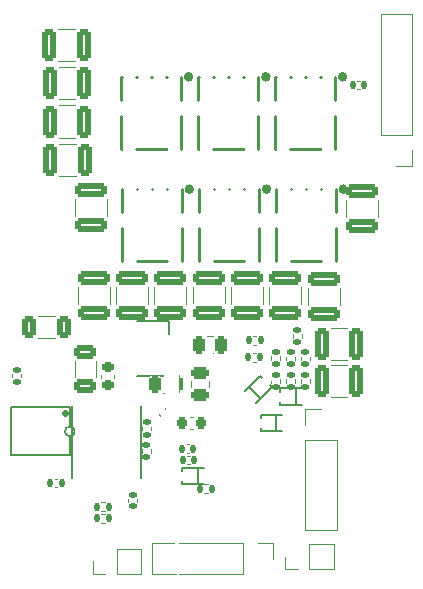
<source format=gto>
G04 #@! TF.GenerationSoftware,KiCad,Pcbnew,8.0.4*
G04 #@! TF.CreationDate,2024-09-18T18:28:33+10:00*
G04 #@! TF.ProjectId,ESC,4553432e-6b69-4636-9164-5f7063625858,rev?*
G04 #@! TF.SameCoordinates,Original*
G04 #@! TF.FileFunction,Legend,Top*
G04 #@! TF.FilePolarity,Positive*
%FSLAX46Y46*%
G04 Gerber Fmt 4.6, Leading zero omitted, Abs format (unit mm)*
G04 Created by KiCad (PCBNEW 8.0.4) date 2024-09-18 18:28:33*
%MOMM*%
%LPD*%
G01*
G04 APERTURE LIST*
G04 Aperture macros list*
%AMRoundRect*
0 Rectangle with rounded corners*
0 $1 Rounding radius*
0 $2 $3 $4 $5 $6 $7 $8 $9 X,Y pos of 4 corners*
0 Add a 4 corners polygon primitive as box body*
4,1,4,$2,$3,$4,$5,$6,$7,$8,$9,$2,$3,0*
0 Add four circle primitives for the rounded corners*
1,1,$1+$1,$2,$3*
1,1,$1+$1,$4,$5*
1,1,$1+$1,$6,$7*
1,1,$1+$1,$8,$9*
0 Add four rect primitives between the rounded corners*
20,1,$1+$1,$2,$3,$4,$5,0*
20,1,$1+$1,$4,$5,$6,$7,0*
20,1,$1+$1,$6,$7,$8,$9,0*
20,1,$1+$1,$8,$9,$2,$3,0*%
%AMRotRect*
0 Rectangle, with rotation*
0 The origin of the aperture is its center*
0 $1 length*
0 $2 width*
0 $3 Rotation angle, in degrees counterclockwise*
0 Add horizontal line*
21,1,$1,$2,0,0,$3*%
%AMFreePoly0*
4,1,37,-1.494645,2.535355,-1.480000,2.500000,-1.480000,2.080000,1.480000,2.080000,1.480000,2.500000,1.494645,2.535355,1.530000,2.550000,2.280000,2.550000,2.315355,2.535355,2.330000,2.500000,2.330000,-0.650000,2.750000,-0.650000,2.785355,-0.664645,2.800000,-0.700000,2.800000,-1.600000,2.785355,-1.635355,2.750000,-1.650000,2.330000,-1.650000,2.330000,-2.030000,2.315355,-2.065355,
2.280000,-2.080000,-2.280000,-2.080000,-2.315355,-2.065355,-2.330000,-2.030000,-2.330000,-1.650000,-2.760000,-1.650000,-2.795355,-1.635355,-2.810000,-1.600000,-2.810000,-0.700000,-2.795355,-0.664645,-2.760000,-0.650000,-2.330000,-0.650000,-2.330000,2.500000,-2.315355,2.535355,-2.280000,2.550000,-1.530000,2.550000,-1.494645,2.535355,-1.494645,2.535355,$1*%
%AMFreePoly1*
4,1,149,1.029806,0.999029,1.079806,0.989029,1.082127,0.988507,1.120971,0.978796,1.169806,0.969029,1.172127,0.968507,1.252127,0.948507,1.262361,0.944721,1.297451,0.927176,1.332127,0.918507,1.342361,0.914721,1.422361,0.874721,1.430000,0.870000,1.466394,0.842704,1.502361,0.824721,1.515355,0.815355,1.542840,0.787870,1.580000,0.760000,1.585355,0.755355,1.705355,0.635355,
1.710000,0.630000,1.737870,0.592840,1.765355,0.565355,1.774721,0.552361,1.834721,0.432361,1.838507,0.422127,1.849039,0.380000,3.510000,0.380000,3.545355,0.365355,3.560000,0.330000,3.560000,-0.330000,3.545355,-0.365355,3.510000,-0.380000,1.849039,-0.380000,1.838507,-0.422127,1.834721,-0.432361,1.774721,-0.552361,1.765355,-0.565355,1.737870,-0.592840,1.710000,-0.630000,
1.705355,-0.635355,1.647870,-0.692840,1.620000,-0.730000,1.607735,-0.741603,1.578884,-0.760837,1.542840,-0.787870,1.515355,-0.815355,1.502361,-0.824721,1.466394,-0.842704,1.430000,-0.870000,1.422361,-0.874721,1.342361,-0.914721,1.332127,-0.918507,1.297451,-0.927176,1.262361,-0.944721,1.252127,-0.948507,1.172127,-0.968507,1.169806,-0.969029,1.120971,-0.978796,1.082127,-0.988507,
1.079806,-0.989029,1.029806,-0.999029,1.020000,-1.000000,-1.010000,-1.000000,-1.022127,-0.998507,-1.060971,-0.988796,-1.109806,-0.979029,-1.112127,-0.978507,-1.190971,-0.958796,-1.239806,-0.949029,-1.252361,-0.944721,-1.287451,-0.927176,-1.322127,-0.918507,-1.332361,-0.914721,-1.412361,-0.874721,-1.420000,-0.870000,-1.458884,-0.840837,-1.487735,-0.821603,-1.490000,-0.820000,-1.530000,-0.790000,
-1.535355,-0.785355,-1.559617,-0.761093,-1.592361,-0.744721,-1.610000,-0.730000,-1.637870,-0.692840,-1.695355,-0.635355,-1.700000,-0.630000,-1.730000,-0.590000,-1.731603,-0.587735,-1.751603,-0.557735,-1.754721,-0.552361,-1.772704,-0.516394,-1.800000,-0.480000,-1.804721,-0.472361,-1.844721,-0.392361,-1.848507,-0.382127,-1.857176,-0.347451,-1.874721,-0.312361,-1.879029,-0.299806,-1.888796,-0.250971,
-1.908507,-0.172127,-1.910000,-0.160000,-1.910000,-0.116155,-1.918507,-0.082127,-1.920000,-0.070000,-1.920000,0.070000,-1.918507,0.082127,-1.910000,0.116155,-1.910000,0.150000,-1.909029,0.159806,-1.899029,0.209806,-1.898507,0.212127,-1.878507,0.292127,-1.876424,0.298570,-1.857683,0.345421,-1.848507,0.382127,-1.844721,0.392361,-1.804721,0.472361,-1.800000,0.480000,-1.772704,0.516394,
-1.754721,0.552361,-1.751603,0.557735,-1.731603,0.587735,-1.730000,0.590000,-1.700000,0.630000,-1.695355,0.635355,-1.605355,0.725355,-1.600000,0.730000,-1.562840,0.757870,-1.535355,0.785355,-1.530000,0.790000,-1.490000,0.820000,-1.487735,0.821603,-1.458884,0.840837,-1.420000,0.870000,-1.412361,0.874721,-1.332361,0.914721,-1.322127,0.918507,-1.287451,0.927176,-1.252361,0.944721,
-1.239806,0.949029,-1.190971,0.958796,-1.112127,0.978507,-1.109806,0.979029,-1.060971,0.988796,-1.022127,0.998507,-1.010000,1.000000,1.020000,1.000000,1.029806,0.999029,1.029806,0.999029,$1*%
G04 Aperture macros list end*
%ADD10C,0.120000*%
%ADD11C,0.250000*%
%ADD12C,0.400000*%
%ADD13C,0.150000*%
%ADD14C,0.130000*%
%ADD15R,1.700000X1.700000*%
%ADD16O,1.700000X1.700000*%
%ADD17R,0.750000X1.000000*%
%ADD18FreePoly0,180.000000*%
%ADD19RoundRect,0.135000X0.185000X-0.135000X0.185000X0.135000X-0.185000X0.135000X-0.185000X-0.135000X0*%
%ADD20R,5.500000X3.000000*%
%ADD21RoundRect,0.135000X-0.135000X-0.185000X0.135000X-0.185000X0.135000X0.185000X-0.135000X0.185000X0*%
%ADD22RoundRect,0.250000X-1.100000X0.325000X-1.100000X-0.325000X1.100000X-0.325000X1.100000X0.325000X0*%
%ADD23RoundRect,0.140000X-0.140000X-0.170000X0.140000X-0.170000X0.140000X0.170000X-0.140000X0.170000X0*%
%ADD24RoundRect,0.250000X-0.250000X-0.475000X0.250000X-0.475000X0.250000X0.475000X-0.250000X0.475000X0*%
%ADD25O,0.600000X1.600000*%
%ADD26R,3.200000X2.500000*%
%ADD27R,1.580000X0.670000*%
%ADD28FreePoly1,180.000000*%
%ADD29RoundRect,0.250000X-0.325000X-0.650000X0.325000X-0.650000X0.325000X0.650000X-0.325000X0.650000X0*%
%ADD30R,0.780000X0.500000*%
%ADD31RoundRect,0.140000X0.219203X0.021213X0.021213X0.219203X-0.219203X-0.021213X-0.021213X-0.219203X0*%
%ADD32RoundRect,0.250000X1.100000X-0.325000X1.100000X0.325000X-1.100000X0.325000X-1.100000X-0.325000X0*%
%ADD33RoundRect,0.225000X-0.225000X-0.250000X0.225000X-0.250000X0.225000X0.250000X-0.225000X0.250000X0*%
%ADD34RoundRect,0.250000X0.325000X1.100000X-0.325000X1.100000X-0.325000X-1.100000X0.325000X-1.100000X0*%
%ADD35RoundRect,0.135000X-0.185000X0.135000X-0.185000X-0.135000X0.185000X-0.135000X0.185000X0.135000X0*%
%ADD36RoundRect,0.250000X-0.325000X-1.100000X0.325000X-1.100000X0.325000X1.100000X-0.325000X1.100000X0*%
%ADD37RoundRect,0.225000X-0.250000X0.225000X-0.250000X-0.225000X0.250000X-0.225000X0.250000X0.225000X0*%
%ADD38RoundRect,0.250000X-0.650000X0.325000X-0.650000X-0.325000X0.650000X-0.325000X0.650000X0.325000X0*%
%ADD39R,1.350000X1.350000*%
%ADD40O,1.350000X1.350000*%
%ADD41RoundRect,0.140000X-0.170000X0.140000X-0.170000X-0.140000X0.170000X-0.140000X0.170000X0.140000X0*%
%ADD42RotRect,0.780000X0.500000X225.000000*%
%ADD43RoundRect,0.135000X0.135000X0.185000X-0.135000X0.185000X-0.135000X-0.185000X0.135000X-0.185000X0*%
%ADD44RoundRect,0.250000X-0.475000X0.250000X-0.475000X-0.250000X0.475000X-0.250000X0.475000X0.250000X0*%
G04 APERTURE END LIST*
D10*
X120420000Y-61840000D02*
X121750000Y-61840000D01*
X120420000Y-63170000D02*
X120420000Y-61840000D01*
X120420000Y-64440000D02*
X120420000Y-72120000D01*
X120420000Y-64440000D02*
X123080000Y-64440000D01*
X120420000Y-72120000D02*
X123080000Y-72120000D01*
X123080000Y-64440000D02*
X123080000Y-72120000D01*
D11*
X104895000Y-43230000D02*
X104925000Y-43230000D01*
X104895000Y-45170000D02*
X104895000Y-43230000D01*
X104895000Y-49330000D02*
X104895000Y-46540000D01*
X104925000Y-49330000D02*
X104895000Y-49330000D01*
X106135000Y-43230000D02*
X106195000Y-43230000D01*
X107405000Y-43230000D02*
X107465000Y-43230000D01*
X108675000Y-43230000D02*
X108735000Y-43230000D01*
X108735000Y-49330000D02*
X106135000Y-49330000D01*
X109945000Y-43230000D02*
X109975000Y-43230000D01*
X109975000Y-43230000D02*
X109975000Y-45170000D01*
X109975000Y-46540000D02*
X109975000Y-49330000D01*
X109975000Y-49330000D02*
X109945000Y-49330000D01*
D12*
X110805000Y-43230000D02*
G75*
G02*
X110405000Y-43230000I-200000J0D01*
G01*
X110405000Y-43230000D02*
G75*
G02*
X110805000Y-43230000I200000J0D01*
G01*
D10*
X117545000Y-59603641D02*
X117545000Y-59296359D01*
X118305000Y-59603641D02*
X118305000Y-59296359D01*
X126795000Y-38630000D02*
X126795000Y-28410000D01*
X129455000Y-28410000D02*
X126795000Y-28410000D01*
X129455000Y-38630000D02*
X126795000Y-38630000D01*
X129455000Y-38630000D02*
X129455000Y-28410000D01*
X129455000Y-39900000D02*
X129455000Y-41230000D01*
X129455000Y-41230000D02*
X128125000Y-41230000D01*
D13*
X100680000Y-61550000D02*
X100680000Y-67700000D01*
X100680000Y-67700000D02*
X100680000Y-67700000D01*
X106520000Y-61550000D02*
X106520000Y-67700000D01*
X106520000Y-67700000D02*
X106520000Y-67700000D01*
D10*
X115986359Y-55645000D02*
X116293641Y-55645000D01*
X115986359Y-56405000D02*
X116293641Y-56405000D01*
X107440000Y-73170000D02*
X107440000Y-75830000D01*
X115119999Y-73170000D02*
X107440000Y-73170000D01*
X115119999Y-73170000D02*
X115119999Y-75830000D01*
X115119999Y-75830000D02*
X107440000Y-75830000D01*
X116390000Y-73170000D02*
X117720000Y-73170000D01*
X117720000Y-73170000D02*
X117720000Y-74500000D01*
X118795000Y-59613640D02*
X118795000Y-59306358D01*
X119555000Y-59613640D02*
X119555000Y-59306358D01*
X110910000Y-51483748D02*
X110910000Y-52906252D01*
X113630000Y-51483748D02*
X113630000Y-52906252D01*
X99212164Y-67740000D02*
X99427836Y-67740000D01*
X99212164Y-68460000D02*
X99427836Y-68460000D01*
X108363748Y-59015000D02*
X108886252Y-59015000D01*
X108363748Y-60485000D02*
X108886252Y-60485000D01*
D14*
X95494988Y-65700001D02*
X95494988Y-61699999D01*
X100494988Y-61699999D02*
X95494988Y-61699999D01*
X100494988Y-61699999D02*
X100494987Y-63330000D01*
X100494988Y-65700001D02*
X95494988Y-65700001D01*
X100494988Y-65700001D02*
X100494988Y-64150000D01*
X100502143Y-63320062D02*
G75*
G02*
X100494988Y-63319999I-7187J-409937D01*
G01*
D11*
X100294986Y-62220000D02*
G75*
G02*
X99934988Y-62220000I-179999J0D01*
G01*
X99934988Y-62220000D02*
G75*
G02*
X100294986Y-62220000I179999J0D01*
G01*
D13*
X106190000Y-54370000D02*
X108850000Y-54370000D01*
X106190000Y-59030000D02*
X108850000Y-59030000D01*
X108850000Y-54370000D02*
X108850000Y-55520000D01*
X108850000Y-59030000D02*
X108850000Y-57880000D01*
D10*
X117545000Y-57693642D02*
X117545000Y-57386360D01*
X118305000Y-57693642D02*
X118305000Y-57386360D01*
X103136360Y-69720000D02*
X103443642Y-69720000D01*
X103136360Y-70480000D02*
X103443642Y-70480000D01*
X97813747Y-53990000D02*
X99236251Y-53990000D01*
X97813747Y-55810000D02*
X99236251Y-55810000D01*
X95620000Y-59163640D02*
X95620000Y-58856358D01*
X96380000Y-59163640D02*
X96380000Y-58856358D01*
D13*
X110010000Y-66800000D02*
X110010000Y-67070000D01*
X110010000Y-66800000D02*
X111870000Y-66800000D01*
X110010000Y-67930000D02*
X110010000Y-68200000D01*
X110010000Y-68200000D02*
X111870000Y-68200000D01*
X111360000Y-66800000D02*
X111360000Y-68200000D01*
D10*
X110412164Y-65815000D02*
X110627836Y-65815000D01*
X110412164Y-66535000D02*
X110627836Y-66535000D01*
D11*
X104835000Y-33710000D02*
X104865000Y-33710000D01*
X104835000Y-35650000D02*
X104835000Y-33710000D01*
X104835000Y-39810000D02*
X104835000Y-37020000D01*
X104865000Y-39810000D02*
X104835000Y-39810000D01*
X106075000Y-33710000D02*
X106135000Y-33710000D01*
X107345000Y-33710000D02*
X107405000Y-33710000D01*
X108615000Y-33710000D02*
X108675000Y-33710000D01*
X108675000Y-39810000D02*
X106075000Y-39810000D01*
X109885000Y-33710000D02*
X109915000Y-33710000D01*
X109915000Y-33710000D02*
X109915000Y-35650000D01*
X109915000Y-37020000D02*
X109915000Y-39810000D01*
X109915000Y-39810000D02*
X109885000Y-39810000D01*
D12*
X110745000Y-33710000D02*
G75*
G02*
X110345000Y-33710000I-200000J0D01*
G01*
X110345000Y-33710000D02*
G75*
G02*
X110745000Y-33710000I200000J0D01*
G01*
D13*
X116635000Y-62325000D02*
X116635000Y-62595000D01*
X116635000Y-62325000D02*
X118495000Y-62325000D01*
X116635000Y-63455000D02*
X116635000Y-63725000D01*
X116635000Y-63725000D02*
X118495000Y-63725000D01*
X117985000Y-62325000D02*
X117985000Y-63725000D01*
D10*
X108157282Y-62391399D02*
X108004779Y-62238896D01*
X108666399Y-61882282D02*
X108513896Y-61729779D01*
X123840000Y-45586253D02*
X123840000Y-44163749D01*
X126560000Y-45586253D02*
X126560000Y-44163749D01*
X111856359Y-68220000D02*
X112163641Y-68220000D01*
X111856359Y-68980000D02*
X112163641Y-68980000D01*
X110659420Y-62490000D02*
X110940580Y-62490000D01*
X110659420Y-63510000D02*
X110940580Y-63510000D01*
X115961359Y-57070000D02*
X116268641Y-57070000D01*
X115961359Y-57830000D02*
X116268641Y-57830000D01*
X120615000Y-51588747D02*
X120615000Y-53011251D01*
X123335000Y-51588747D02*
X123335000Y-53011251D01*
X107640000Y-51513747D02*
X107640000Y-52936251D01*
X110360000Y-51513747D02*
X110360000Y-52936251D01*
X123986253Y-54940000D02*
X122563749Y-54940000D01*
X123986253Y-57660000D02*
X122563749Y-57660000D01*
X106570000Y-65246359D02*
X106570000Y-65553641D01*
X107330000Y-65246359D02*
X107330000Y-65553641D01*
X124812164Y-34040000D02*
X125027836Y-34040000D01*
X124812164Y-34760000D02*
X125027836Y-34760000D01*
X99538748Y-32865000D02*
X100961252Y-32865000D01*
X99538748Y-35585000D02*
X100961252Y-35585000D01*
X99538748Y-36140000D02*
X100961252Y-36140000D01*
X99538748Y-38860000D02*
X100961252Y-38860000D01*
X100940000Y-45486253D02*
X100940000Y-44063749D01*
X103660000Y-45486253D02*
X103660000Y-44063749D01*
X112088748Y-55665000D02*
X112611252Y-55665000D01*
X112088748Y-57135000D02*
X112611252Y-57135000D01*
X104365000Y-51513748D02*
X104365000Y-52936252D01*
X107085000Y-51513748D02*
X107085000Y-52936252D01*
D11*
X117875606Y-33710000D02*
X117905606Y-33710000D01*
X117875606Y-35650000D02*
X117875606Y-33710000D01*
X117875606Y-39810000D02*
X117875606Y-37020000D01*
X117905606Y-39810000D02*
X117875606Y-39810000D01*
X119115606Y-33710000D02*
X119175606Y-33710000D01*
X120385606Y-33710000D02*
X120445606Y-33710000D01*
X121655606Y-33710000D02*
X121715606Y-33710000D01*
X121715606Y-39810000D02*
X119115606Y-39810000D01*
X122925606Y-33710000D02*
X122955606Y-33710000D01*
X122955606Y-33710000D02*
X122955606Y-35650000D01*
X122955606Y-37020000D02*
X122955606Y-39810000D01*
X122955606Y-39810000D02*
X122925606Y-39810000D01*
D12*
X123785606Y-33710000D02*
G75*
G02*
X123385606Y-33710000I-200000J0D01*
G01*
X123385606Y-33710000D02*
G75*
G02*
X123785606Y-33710000I200000J0D01*
G01*
D13*
X118295000Y-60100000D02*
X118295000Y-60370000D01*
X118295000Y-60100000D02*
X120155000Y-60100000D01*
X118295000Y-61230000D02*
X118295000Y-61500000D01*
X118295000Y-61500000D02*
X120155000Y-61500000D01*
X119645000Y-60100000D02*
X119645000Y-61500000D01*
D10*
X120045000Y-59613640D02*
X120045000Y-59306358D01*
X120805000Y-59613640D02*
X120805000Y-59306358D01*
X101140000Y-51513747D02*
X101140000Y-52936251D01*
X103860000Y-51513747D02*
X103860000Y-52936251D01*
X103170000Y-58924420D02*
X103170000Y-59205580D01*
X104190000Y-58924420D02*
X104190000Y-59205580D01*
X117340000Y-51538749D02*
X117340000Y-52961253D01*
X120060000Y-51538749D02*
X120060000Y-52961253D01*
D11*
X117935606Y-43230000D02*
X117965606Y-43230000D01*
X117935606Y-45170000D02*
X117935606Y-43230000D01*
X117935606Y-49330000D02*
X117935606Y-46540000D01*
X117965606Y-49330000D02*
X117935606Y-49330000D01*
X119175606Y-43230000D02*
X119235606Y-43230000D01*
X120445606Y-43230000D02*
X120505606Y-43230000D01*
X121715606Y-43230000D02*
X121775606Y-43230000D01*
X121775606Y-49330000D02*
X119175606Y-49330000D01*
X122985606Y-43230000D02*
X123015606Y-43230000D01*
X123015606Y-43230000D02*
X123015606Y-45170000D01*
X123015606Y-46540000D02*
X123015606Y-49330000D01*
X123015606Y-49330000D02*
X122985606Y-49330000D01*
D12*
X123845606Y-43230000D02*
G75*
G02*
X123445606Y-43230000I-200000J0D01*
G01*
X123445606Y-43230000D02*
G75*
G02*
X123845606Y-43230000I200000J0D01*
G01*
D10*
X114120000Y-51503748D02*
X114120000Y-52926252D01*
X116840000Y-51503748D02*
X116840000Y-52926252D01*
X119370000Y-55486360D02*
X119370000Y-55793642D01*
X120130000Y-55486360D02*
X120130000Y-55793642D01*
X110372164Y-64840000D02*
X110587836Y-64840000D01*
X110372164Y-65560000D02*
X110587836Y-65560000D01*
D11*
X111435606Y-43230000D02*
X111465606Y-43230000D01*
X111435606Y-45170000D02*
X111435606Y-43230000D01*
X111435606Y-49330000D02*
X111435606Y-46540000D01*
X111465606Y-49330000D02*
X111435606Y-49330000D01*
X112675606Y-43230000D02*
X112735606Y-43230000D01*
X113945606Y-43230000D02*
X114005606Y-43230000D01*
X115215606Y-43230000D02*
X115275606Y-43230000D01*
X115275606Y-49330000D02*
X112675606Y-49330000D01*
X116485606Y-43230000D02*
X116515606Y-43230000D01*
X116515606Y-43230000D02*
X116515606Y-45170000D01*
X116515606Y-46540000D02*
X116515606Y-49330000D01*
X116515606Y-49330000D02*
X116485606Y-49330000D01*
D12*
X117345606Y-43230000D02*
G75*
G02*
X116945606Y-43230000I-200000J0D01*
G01*
X116945606Y-43230000D02*
G75*
G02*
X117345606Y-43230000I200000J0D01*
G01*
D10*
X100890000Y-57738748D02*
X100890000Y-59161252D01*
X102710000Y-57738748D02*
X102710000Y-59161252D01*
X99563748Y-39390000D02*
X100986252Y-39390000D01*
X99563748Y-42110000D02*
X100986252Y-42110000D01*
X102415000Y-75810000D02*
X102415000Y-74750000D01*
X103475000Y-75810000D02*
X102415000Y-75810000D01*
X104475000Y-73690000D02*
X106535000Y-73690000D01*
X104475000Y-75810000D02*
X104475000Y-73690000D01*
X104475000Y-75810000D02*
X106535000Y-75810000D01*
X106535000Y-75810000D02*
X106535000Y-73690000D01*
D11*
X111375606Y-33710000D02*
X111405606Y-33710000D01*
X111375606Y-35650000D02*
X111375606Y-33710000D01*
X111375606Y-39810000D02*
X111375606Y-37020000D01*
X111405606Y-39810000D02*
X111375606Y-39810000D01*
X112615606Y-33710000D02*
X112675606Y-33710000D01*
X113885606Y-33710000D02*
X113945606Y-33710000D01*
X115155606Y-33710000D02*
X115215606Y-33710000D01*
X115215606Y-39810000D02*
X112615606Y-39810000D01*
X116425606Y-33710000D02*
X116455606Y-33710000D01*
X116455606Y-33710000D02*
X116455606Y-35650000D01*
X116455606Y-37020000D02*
X116455606Y-39810000D01*
X116455606Y-39810000D02*
X116425606Y-39810000D01*
D12*
X117285606Y-33710000D02*
G75*
G02*
X116885606Y-33710000I-200000J0D01*
G01*
X116885606Y-33710000D02*
G75*
G02*
X117285606Y-33710000I200000J0D01*
G01*
D10*
X106620000Y-63336360D02*
X106620000Y-63643642D01*
X107380000Y-63336360D02*
X107380000Y-63643642D01*
X118795000Y-57713640D02*
X118795000Y-57406358D01*
X119555000Y-57713640D02*
X119555000Y-57406358D01*
X105440000Y-69492164D02*
X105440000Y-69707836D01*
X106160000Y-69492164D02*
X106160000Y-69707836D01*
X120045000Y-57703641D02*
X120045000Y-57396359D01*
X120805000Y-57703641D02*
X120805000Y-57396359D01*
D13*
X116598026Y-59012025D02*
X115282807Y-60327244D01*
X116633381Y-60956569D02*
X115643431Y-59966619D01*
X116788944Y-59202944D02*
X116598026Y-59012025D01*
X117587975Y-60001974D02*
X116272756Y-61317193D01*
X117587975Y-60001974D02*
X117397056Y-59811056D01*
D10*
X123986253Y-58140000D02*
X122563749Y-58140000D01*
X123986253Y-60860000D02*
X122563749Y-60860000D01*
X103443642Y-70720000D02*
X103136360Y-70720000D01*
X103443642Y-71480000D02*
X103136360Y-71480000D01*
X110790000Y-59438748D02*
X110790000Y-59961254D01*
X112260000Y-59438748D02*
X112260000Y-59961254D01*
X118715000Y-75410000D02*
X118715000Y-74350000D01*
X119775000Y-75410000D02*
X118715000Y-75410000D01*
X120775000Y-73290000D02*
X122835000Y-73290000D01*
X120775000Y-75410000D02*
X120775000Y-73290000D01*
X120775000Y-75410000D02*
X122835000Y-75410000D01*
X122835000Y-75410000D02*
X122835000Y-73290000D01*
X99513748Y-29640000D02*
X100936252Y-29640000D01*
X99513748Y-32360000D02*
X100936252Y-32360000D01*
%LPC*%
D15*
X121750000Y-63170000D03*
D16*
X121750000Y-65710000D03*
X121750000Y-68250000D03*
X121750000Y-70790000D03*
D17*
X109335000Y-43380000D03*
X108065000Y-43380000D03*
X106805000Y-43380000D03*
X105535000Y-43380000D03*
D18*
X107435000Y-47000000D03*
D19*
X117925000Y-59959999D03*
X117925000Y-58940001D03*
D15*
X128125000Y-39900000D03*
D16*
X128125000Y-37360000D03*
X128125000Y-34820000D03*
X128125000Y-32280000D03*
X128125000Y-29740000D03*
D20*
X103600000Y-67030000D03*
X103600000Y-62370000D03*
D21*
X115630000Y-56025000D03*
X116650000Y-56025000D03*
D15*
X116390000Y-74500000D03*
D16*
X113850000Y-74500000D03*
X111310001Y-74500000D03*
X108770000Y-74500000D03*
D19*
X119175000Y-59969998D03*
X119175000Y-58950000D03*
D22*
X112270000Y-50720000D03*
X112270000Y-53670000D03*
D23*
X98840000Y-68100000D03*
X99800000Y-68100000D03*
D24*
X107675000Y-59750000D03*
X109575000Y-59750000D03*
D25*
X99894988Y-60700000D03*
X98624988Y-60700000D03*
X97354988Y-60700000D03*
X96084988Y-60700000D03*
X96084988Y-66700000D03*
X97354988Y-66700000D03*
X98624988Y-66700000D03*
X99894988Y-66700000D03*
D26*
X97994988Y-63700000D03*
D27*
X105540000Y-55200000D03*
D28*
X108260000Y-56700000D03*
D27*
X105540000Y-58200000D03*
D19*
X117925000Y-58050000D03*
X117925000Y-57030002D03*
D21*
X102780002Y-70100000D03*
X103800000Y-70100000D03*
D29*
X97049998Y-54900000D03*
X100000000Y-54900000D03*
D19*
X96000000Y-59519998D03*
X96000000Y-58500000D03*
D30*
X109900000Y-67500000D03*
X111980000Y-67500000D03*
D23*
X110040000Y-66175000D03*
X111000000Y-66175000D03*
D17*
X109275000Y-33860000D03*
X108005000Y-33860000D03*
X106745000Y-33860000D03*
X105475000Y-33860000D03*
D18*
X107375000Y-37480000D03*
D30*
X116525000Y-63025000D03*
X118605000Y-63025000D03*
D31*
X108675000Y-62400000D03*
X107996178Y-61721178D03*
D32*
X125200000Y-46350002D03*
X125200000Y-43400000D03*
D21*
X111500000Y-68600000D03*
X112520000Y-68600000D03*
D33*
X110025000Y-63000000D03*
X111575000Y-63000000D03*
D21*
X115605000Y-57450000D03*
X116625000Y-57450000D03*
D22*
X121975000Y-50824998D03*
X121975000Y-53775000D03*
X109000000Y-50749998D03*
X109000000Y-53700000D03*
D34*
X124750002Y-56300000D03*
X121800000Y-56300000D03*
D35*
X106950000Y-64890001D03*
X106950000Y-65909999D03*
D23*
X124440000Y-34400000D03*
X125400000Y-34400000D03*
D36*
X98775000Y-34225000D03*
X101725000Y-34225000D03*
X98775000Y-37500000D03*
X101725000Y-37500000D03*
D32*
X102300000Y-46250002D03*
X102300000Y-43300000D03*
D24*
X111400000Y-56400000D03*
X113300000Y-56400000D03*
D22*
X105725000Y-50749999D03*
X105725000Y-53700001D03*
D17*
X122315606Y-33860000D03*
X121045606Y-33860000D03*
X119785606Y-33860000D03*
X118515606Y-33860000D03*
D18*
X120415606Y-37480000D03*
D30*
X118185000Y-60800000D03*
X120265000Y-60800000D03*
D19*
X120425000Y-59969998D03*
X120425000Y-58950000D03*
D22*
X102500000Y-50749998D03*
X102500000Y-53700000D03*
D37*
X103680000Y-58290000D03*
X103680000Y-59840000D03*
D22*
X118700000Y-50775000D03*
X118700000Y-53725002D03*
D17*
X122375606Y-43380000D03*
X121105606Y-43380000D03*
X119845606Y-43380000D03*
X118575606Y-43380000D03*
D18*
X120475606Y-47000000D03*
D22*
X115480000Y-50740000D03*
X115480000Y-53690000D03*
D35*
X119750000Y-55130002D03*
X119750000Y-56150000D03*
D23*
X110000000Y-65200000D03*
X110960000Y-65200000D03*
D17*
X115875606Y-43380000D03*
X114605606Y-43380000D03*
X113345606Y-43380000D03*
X112075606Y-43380000D03*
D18*
X113975606Y-47000000D03*
D38*
X101800000Y-56975000D03*
X101800000Y-59925000D03*
D36*
X98800000Y-40750000D03*
X101750000Y-40750000D03*
D39*
X103475000Y-74750000D03*
D40*
X105475001Y-74750000D03*
D17*
X115815606Y-33860000D03*
X114545606Y-33860000D03*
X113285606Y-33860000D03*
X112015606Y-33860000D03*
D18*
X113915606Y-37480000D03*
D35*
X107000000Y-62980002D03*
X107000000Y-64000000D03*
D19*
X119175000Y-58069998D03*
X119175000Y-57050000D03*
D41*
X105800000Y-69120000D03*
X105800000Y-70080000D03*
D19*
X120425000Y-58060000D03*
X120425000Y-57040000D03*
D42*
X117170782Y-59429218D03*
X115700000Y-60900000D03*
D34*
X124750002Y-59500000D03*
X121800000Y-59500000D03*
D43*
X103800000Y-71100000D03*
X102780002Y-71100000D03*
D44*
X111525000Y-58750002D03*
X111525000Y-60650000D03*
D39*
X119775000Y-74350000D03*
D40*
X121775001Y-74350000D03*
D36*
X98750000Y-31000000D03*
X101700000Y-31000000D03*
G36*
X128506061Y-68900597D02*
G01*
X128682934Y-68918017D01*
X128706775Y-68922759D01*
X128870998Y-68972575D01*
X128893456Y-68981878D01*
X129044798Y-69062772D01*
X129065010Y-69076277D01*
X129197666Y-69185145D01*
X129214854Y-69202333D01*
X129323722Y-69334989D01*
X129337227Y-69355201D01*
X129418121Y-69506543D01*
X129427424Y-69529001D01*
X129477240Y-69693224D01*
X129481982Y-69717065D01*
X129499403Y-69893938D01*
X129500000Y-69906092D01*
X129500000Y-75231157D01*
X129498029Y-75253177D01*
X129493353Y-75279090D01*
X129477967Y-75320341D01*
X129471455Y-75331317D01*
X129439125Y-75367311D01*
X129433659Y-75371403D01*
X129385710Y-75393303D01*
X129367961Y-75397165D01*
X129341597Y-75400000D01*
X124506093Y-75400000D01*
X124493939Y-75399403D01*
X124317065Y-75381982D01*
X124293224Y-75377240D01*
X124129001Y-75327424D01*
X124106543Y-75318121D01*
X123955201Y-75237227D01*
X123934989Y-75223722D01*
X123802333Y-75114854D01*
X123785145Y-75097666D01*
X123676277Y-74965010D01*
X123662772Y-74944798D01*
X123581878Y-74793456D01*
X123572575Y-74770998D01*
X123522759Y-74606775D01*
X123518017Y-74582934D01*
X123500597Y-74406061D01*
X123500000Y-74393907D01*
X123500000Y-69906092D01*
X123500597Y-69893938D01*
X123518017Y-69717065D01*
X123522759Y-69693224D01*
X123572575Y-69529001D01*
X123581878Y-69506543D01*
X123662772Y-69355201D01*
X123676277Y-69334989D01*
X123785145Y-69202333D01*
X123802333Y-69185145D01*
X123934989Y-69076277D01*
X123955201Y-69062772D01*
X124106543Y-68981878D01*
X124129001Y-68972575D01*
X124293224Y-68922759D01*
X124317065Y-68918017D01*
X124493939Y-68900597D01*
X124506093Y-68900000D01*
X128493907Y-68900000D01*
X128506061Y-68900597D01*
G37*
G36*
X115806061Y-26600597D02*
G01*
X115982934Y-26618017D01*
X116006775Y-26622759D01*
X116170998Y-26672575D01*
X116193456Y-26681878D01*
X116344798Y-26762772D01*
X116365010Y-26776277D01*
X116497666Y-26885145D01*
X116514854Y-26902333D01*
X116623722Y-27034989D01*
X116637227Y-27055201D01*
X116718121Y-27206543D01*
X116727424Y-27229001D01*
X116777240Y-27393224D01*
X116781982Y-27417065D01*
X116799403Y-27593938D01*
X116800000Y-27606092D01*
X116800000Y-28993907D01*
X116799403Y-29006061D01*
X116781982Y-29182934D01*
X116777240Y-29206775D01*
X116727424Y-29370998D01*
X116718121Y-29393456D01*
X116637227Y-29544798D01*
X116623722Y-29565010D01*
X116514854Y-29697666D01*
X116497666Y-29714854D01*
X116365010Y-29823722D01*
X116344798Y-29837227D01*
X116193456Y-29918121D01*
X116170998Y-29927424D01*
X116006775Y-29977240D01*
X115982934Y-29981982D01*
X115806061Y-29999403D01*
X115793907Y-30000000D01*
X112206093Y-30000000D01*
X112193939Y-29999403D01*
X112017065Y-29981982D01*
X111993224Y-29977240D01*
X111829001Y-29927424D01*
X111806543Y-29918121D01*
X111655201Y-29837227D01*
X111634989Y-29823722D01*
X111502333Y-29714854D01*
X111485145Y-29697666D01*
X111376277Y-29565010D01*
X111362772Y-29544798D01*
X111281878Y-29393456D01*
X111272575Y-29370998D01*
X111222759Y-29206775D01*
X111218017Y-29182934D01*
X111200597Y-29006061D01*
X111200000Y-28993907D01*
X111200000Y-27606092D01*
X111200597Y-27593938D01*
X111218017Y-27417065D01*
X111222759Y-27393224D01*
X111272575Y-27229001D01*
X111281878Y-27206543D01*
X111362772Y-27055201D01*
X111376277Y-27034989D01*
X111485145Y-26902333D01*
X111502333Y-26885145D01*
X111634989Y-26776277D01*
X111655201Y-26762772D01*
X111806543Y-26681878D01*
X111829001Y-26672575D01*
X111993224Y-26622759D01*
X112017065Y-26618017D01*
X112193939Y-26600597D01*
X112206093Y-26600000D01*
X115793907Y-26600000D01*
X115806061Y-26600597D01*
G37*
G36*
X109106061Y-26600597D02*
G01*
X109282934Y-26618017D01*
X109306775Y-26622759D01*
X109470998Y-26672575D01*
X109493456Y-26681878D01*
X109644798Y-26762772D01*
X109665010Y-26776277D01*
X109797666Y-26885145D01*
X109814854Y-26902333D01*
X109923722Y-27034989D01*
X109937227Y-27055201D01*
X110018121Y-27206543D01*
X110027424Y-27229001D01*
X110077240Y-27393224D01*
X110081982Y-27417065D01*
X110099403Y-27593938D01*
X110100000Y-27606092D01*
X110100000Y-28993907D01*
X110099403Y-29006061D01*
X110081982Y-29182934D01*
X110077240Y-29206775D01*
X110027424Y-29370998D01*
X110018121Y-29393456D01*
X109937227Y-29544798D01*
X109923722Y-29565010D01*
X109814854Y-29697666D01*
X109797666Y-29714854D01*
X109665010Y-29823722D01*
X109644798Y-29837227D01*
X109493456Y-29918121D01*
X109470998Y-29927424D01*
X109306775Y-29977240D01*
X109282934Y-29981982D01*
X109106061Y-29999403D01*
X109093907Y-30000000D01*
X105506093Y-30000000D01*
X105493939Y-29999403D01*
X105317065Y-29981982D01*
X105293224Y-29977240D01*
X105129001Y-29927424D01*
X105106543Y-29918121D01*
X104955201Y-29837227D01*
X104934989Y-29823722D01*
X104802333Y-29714854D01*
X104785145Y-29697666D01*
X104676277Y-29565010D01*
X104662772Y-29544798D01*
X104581878Y-29393456D01*
X104572575Y-29370998D01*
X104522759Y-29206775D01*
X104518017Y-29182934D01*
X104500597Y-29006061D01*
X104500000Y-28993907D01*
X104500000Y-27606092D01*
X104500597Y-27593938D01*
X104518017Y-27417065D01*
X104522759Y-27393224D01*
X104572575Y-27229001D01*
X104581878Y-27206543D01*
X104662772Y-27055201D01*
X104676277Y-27034989D01*
X104785145Y-26902333D01*
X104802333Y-26885145D01*
X104934989Y-26776277D01*
X104955201Y-26762772D01*
X105106543Y-26681878D01*
X105129001Y-26672575D01*
X105293224Y-26622759D01*
X105317065Y-26618017D01*
X105493939Y-26600597D01*
X105506093Y-26600000D01*
X109093907Y-26600000D01*
X109106061Y-26600597D01*
G37*
G36*
X122306061Y-26600597D02*
G01*
X122482934Y-26618017D01*
X122506775Y-26622759D01*
X122670998Y-26672575D01*
X122693456Y-26681878D01*
X122844798Y-26762772D01*
X122865010Y-26776277D01*
X122997666Y-26885145D01*
X123014854Y-26902333D01*
X123123722Y-27034989D01*
X123137227Y-27055201D01*
X123218121Y-27206543D01*
X123227424Y-27229001D01*
X123277240Y-27393224D01*
X123281982Y-27417065D01*
X123299403Y-27593938D01*
X123300000Y-27606092D01*
X123300000Y-28993907D01*
X123299403Y-29006061D01*
X123281982Y-29182934D01*
X123277240Y-29206775D01*
X123227424Y-29370998D01*
X123218121Y-29393456D01*
X123137227Y-29544798D01*
X123123722Y-29565010D01*
X123014854Y-29697666D01*
X122997666Y-29714854D01*
X122865010Y-29823722D01*
X122844798Y-29837227D01*
X122693456Y-29918121D01*
X122670998Y-29927424D01*
X122506775Y-29977240D01*
X122482934Y-29981982D01*
X122306061Y-29999403D01*
X122293907Y-30000000D01*
X118706093Y-30000000D01*
X118693939Y-29999403D01*
X118517065Y-29981982D01*
X118493224Y-29977240D01*
X118329001Y-29927424D01*
X118306543Y-29918121D01*
X118155201Y-29837227D01*
X118134989Y-29823722D01*
X118002333Y-29714854D01*
X117985145Y-29697666D01*
X117876277Y-29565010D01*
X117862772Y-29544798D01*
X117781878Y-29393456D01*
X117772575Y-29370998D01*
X117722759Y-29206775D01*
X117718017Y-29182934D01*
X117700597Y-29006061D01*
X117700000Y-28993907D01*
X117700000Y-27606092D01*
X117700597Y-27593938D01*
X117718017Y-27417065D01*
X117722759Y-27393224D01*
X117772575Y-27229001D01*
X117781878Y-27206543D01*
X117862772Y-27055201D01*
X117876277Y-27034989D01*
X117985145Y-26902333D01*
X118002333Y-26885145D01*
X118134989Y-26776277D01*
X118155201Y-26762772D01*
X118306543Y-26681878D01*
X118329001Y-26672575D01*
X118493224Y-26622759D01*
X118517065Y-26618017D01*
X118693939Y-26600597D01*
X118706093Y-26600000D01*
X122293907Y-26600000D01*
X122306061Y-26600597D01*
G37*
G36*
X100506061Y-69000597D02*
G01*
X100682934Y-69018017D01*
X100706775Y-69022759D01*
X100870998Y-69072575D01*
X100893456Y-69081878D01*
X101044798Y-69162772D01*
X101065010Y-69176277D01*
X101197666Y-69285145D01*
X101214854Y-69302333D01*
X101323722Y-69434989D01*
X101337227Y-69455201D01*
X101418121Y-69606543D01*
X101427424Y-69629001D01*
X101477240Y-69793224D01*
X101481982Y-69817065D01*
X101499403Y-69993938D01*
X101500000Y-70006092D01*
X101500000Y-74493907D01*
X101499403Y-74506061D01*
X101481982Y-74682934D01*
X101477240Y-74706775D01*
X101427424Y-74870998D01*
X101418121Y-74893456D01*
X101337227Y-75044798D01*
X101323722Y-75065010D01*
X101214854Y-75197666D01*
X101197666Y-75214854D01*
X101065010Y-75323722D01*
X101044798Y-75337227D01*
X100893456Y-75418121D01*
X100870998Y-75427424D01*
X100706775Y-75477240D01*
X100682934Y-75481982D01*
X100506061Y-75499403D01*
X100493907Y-75500000D01*
X96756093Y-75500000D01*
X96743939Y-75499403D01*
X96567065Y-75481982D01*
X96543224Y-75477240D01*
X96379001Y-75427424D01*
X96356543Y-75418121D01*
X96205201Y-75337227D01*
X96184989Y-75323722D01*
X96052333Y-75214854D01*
X96035145Y-75197666D01*
X95926277Y-75065010D01*
X95912772Y-75044798D01*
X95831878Y-74893456D01*
X95822575Y-74870998D01*
X95772759Y-74706775D01*
X95768017Y-74682934D01*
X95750597Y-74506061D01*
X95750000Y-74493907D01*
X95750000Y-70006092D01*
X95750597Y-69993938D01*
X95768017Y-69817065D01*
X95772759Y-69793224D01*
X95822575Y-69629001D01*
X95831878Y-69606543D01*
X95912772Y-69455201D01*
X95926277Y-69434989D01*
X96035145Y-69302333D01*
X96052333Y-69285145D01*
X96184989Y-69176277D01*
X96205201Y-69162772D01*
X96356543Y-69081878D01*
X96379001Y-69072575D01*
X96543224Y-69022759D01*
X96567065Y-69018017D01*
X96743939Y-69000597D01*
X96756093Y-69000000D01*
X100493907Y-69000000D01*
X100506061Y-69000597D01*
G37*
%LPD*%
M02*

</source>
